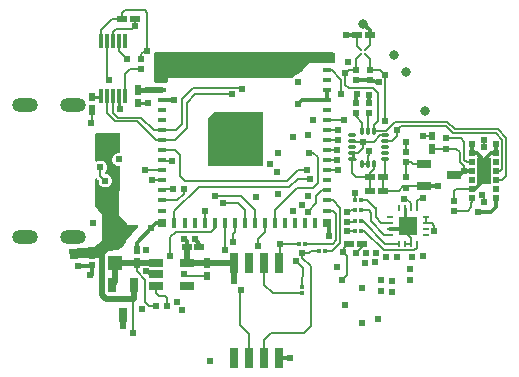
<source format=gtl>
G04 Layer: TopLayer*
G04 Panelize: , Column: 1, Row: 1, Board Size: 43.14mm x 33.02mm, Panelized Board Size: 43.14mm x 33.02mm*
G04 EasyEDA v6.5.42, 2024-03-19 15:40:22*
G04 eeb97d59e02942aebf3b2853903f826f,9a4ed40c0dd746429eaf55b84663d2fb,10*
G04 Gerber Generator version 0.2*
G04 Scale: 100 percent, Rotated: No, Reflected: No *
G04 Dimensions in millimeters *
G04 leading zeros omitted , absolute positions ,4 integer and 5 decimal *
%FSLAX45Y45*%
%MOMM*%

%AMMACRO1*21,1,$1,$2,0,0,$3*%
%AMMACRO2*4,1,4,-0.2,0.4001,0.2,0.4001,0.2,-0.4001,-0.2,-0.4001,-0.2,0.4001,0*%
%AMMACRO3*4,1,4,-0.1999,0.4001,0.1999,0.4001,0.1999,-0.4001,-0.1999,-0.4001,-0.1999,0.4001,0*%
%ADD10C,0.2000*%
%ADD11C,0.1600*%
%ADD12C,0.3000*%
%ADD13C,0.3130*%
%ADD14C,0.2620*%
%ADD15C,0.5000*%
%ADD16C,0.2030*%
%ADD17C,0.4648*%
%ADD18C,0.2960*%
%ADD19C,0.2110*%
%ADD20C,0.2616*%
%ADD21R,1.1999X1.1999*%
%ADD22R,1.2000X1.2000*%
%ADD23MACRO1,0.54X0.7901X0.0000*%
%ADD24R,0.5400X0.7901*%
%ADD25R,0.7112X1.7406*%
%ADD26MACRO1,0.54X0.5656X-90.0000*%
%ADD27R,0.7000X1.2500*%
%ADD28MACRO1,0.324X0.3031X-90.0000*%
%ADD29MACRO1,0.6223X1.1049X-90.0000*%
%ADD30MACRO1,0.54X0.5656X0.0000*%
%ADD31R,0.5400X0.5657*%
%ADD32MACRO1,0.54X0.7901X90.0000*%
%ADD33R,0.6000X0.5000*%
%ADD34R,0.3000X1.3000*%
%ADD35MACRO1,0.54X0.7901X-90.0000*%
%ADD36R,0.2500X0.6000*%
%ADD37R,0.6000X0.2500*%
%ADD38R,1.5000X1.5000*%
%ADD39MACRO1,0.324X0.3031X0.0000*%
%ADD40R,0.3240X0.3031*%
%ADD41O,0.7999984X0.2800096*%
%ADD42O,0.2800096X0.7999984*%
%ADD43R,0.8001X0.8001*%
%ADD44MACRO2*%
%ADD45MACRO3*%
%ADD46R,0.8001X0.4001*%
%ADD47R,0.5000X0.5000*%
%ADD48R,1.2000X2.3160*%
%ADD49R,1.2500X0.7000*%
%ADD50O,2.1999956000000003X1.1999976*%
%ADD51C,0.8000*%
%ADD52C,0.6096*%
%ADD53C,0.6200*%
%ADD54C,0.0195*%

%LPD*%
G36*
X-459435Y1491538D02*
G01*
X-463296Y1492250D01*
X-466598Y1494434D01*
X-468833Y1497685D01*
X-469646Y1501597D01*
X-471271Y1660347D01*
X-470306Y1665833D01*
X-470306Y1737868D01*
X-469544Y1741728D01*
X-467309Y1745030D01*
X-464007Y1747266D01*
X-460146Y1748028D01*
X1048359Y1748028D01*
X1052271Y1747266D01*
X1055522Y1745030D01*
X1057757Y1741728D01*
X1058519Y1737868D01*
X1058519Y1668627D01*
X1057757Y1664766D01*
X1055573Y1661464D01*
X1052322Y1659280D01*
X1048512Y1658467D01*
X839114Y1655825D01*
X837184Y1654962D01*
X793140Y1596034D01*
X790549Y1593596D01*
X732586Y1555699D01*
X729640Y1554378D01*
X726541Y1553565D01*
X717651Y1549400D01*
X709625Y1543812D01*
X701802Y1535887D01*
X699363Y1534007D01*
X696722Y1532788D01*
X693826Y1532331D01*
X-120243Y1531315D01*
X-355955Y1529283D01*
X-356971Y1528318D01*
X-356311Y1502562D01*
X-356971Y1498600D01*
X-359156Y1495247D01*
X-362458Y1492961D01*
X-366369Y1492148D01*
G37*

%LPD*%
G36*
X-3759Y787349D02*
G01*
X-7670Y788111D01*
X-10922Y790295D01*
X-13157Y793597D01*
X-13919Y797509D01*
X-13919Y1181912D01*
X-13157Y1185824D01*
X-10922Y1189075D01*
X41503Y1241552D01*
X44805Y1243787D01*
X48717Y1244549D01*
X444550Y1244549D01*
X448462Y1243787D01*
X451713Y1241552D01*
X453948Y1238250D01*
X454710Y1234389D01*
X454710Y797509D01*
X453948Y793597D01*
X451713Y790295D01*
X448462Y788111D01*
X444550Y787349D01*
G37*

%LPD*%
G36*
X-1174445Y1219D02*
G01*
X-1178356Y1828D01*
X-1181760Y3860D01*
X-1184097Y7112D01*
X-1185011Y10972D01*
X-1187551Y76504D01*
X-1186942Y80365D01*
X-1184960Y83718D01*
X-1181862Y86055D01*
X-1178102Y87020D01*
X-978611Y100787D01*
X-977239Y101142D01*
X-913536Y150774D01*
X-912469Y152552D01*
X-910590Y371652D01*
X-910945Y373126D01*
X-966978Y448665D01*
X-968451Y451510D01*
X-969010Y454710D01*
X-969010Y671474D01*
X-968197Y675487D01*
X-965860Y678840D01*
X-962406Y680974D01*
X-958342Y681583D01*
X-954379Y680567D01*
X-950163Y676910D01*
X-943406Y670153D01*
X-941019Y666445D01*
X-939647Y651865D01*
X-937107Y642416D01*
X-932942Y633476D01*
X-927303Y625449D01*
X-920394Y618490D01*
X-912317Y612851D01*
X-903427Y608736D01*
X-893927Y606196D01*
X-884123Y605332D01*
X-874369Y606196D01*
X-864869Y608736D01*
X-855980Y612851D01*
X-847902Y618490D01*
X-840994Y625449D01*
X-835355Y633476D01*
X-831189Y642416D01*
X-828649Y651865D01*
X-827786Y661670D01*
X-828649Y671474D01*
X-831189Y680923D01*
X-835355Y689864D01*
X-840994Y697890D01*
X-847902Y704850D01*
X-855980Y710488D01*
X-864869Y714603D01*
X-874369Y717143D01*
X-879856Y717651D01*
X-883462Y718667D01*
X-886460Y720902D01*
X-888441Y724103D01*
X-889152Y728776D01*
X-888390Y732688D01*
X-886155Y735990D01*
X-881887Y740257D01*
X-876249Y748284D01*
X-872083Y757224D01*
X-869543Y766673D01*
X-868680Y776478D01*
X-869543Y786282D01*
X-872083Y795731D01*
X-876249Y804672D01*
X-881887Y812698D01*
X-888796Y819658D01*
X-896874Y825296D01*
X-905764Y829411D01*
X-915263Y831951D01*
X-925017Y832815D01*
X-934821Y831951D01*
X-944321Y829411D01*
X-953211Y825296D01*
X-957275Y823671D01*
X-961644Y823925D01*
X-965504Y825957D01*
X-968146Y829411D01*
X-969060Y833678D01*
X-969111Y1036116D01*
X-969365Y1056182D01*
X-968603Y1060145D01*
X-966419Y1063498D01*
X-963066Y1065682D01*
X-959103Y1066444D01*
X-767080Y1064869D01*
X-763168Y1064056D01*
X-759917Y1061821D01*
X-757732Y1058519D01*
X-757021Y1054608D01*
X-757275Y1031900D01*
X-757021Y1030681D01*
X-758291Y908913D01*
X-759002Y905256D01*
X-761034Y902055D01*
X-764032Y899871D01*
X-767638Y898906D01*
X-778916Y897991D01*
X-788365Y895451D01*
X-797255Y891336D01*
X-805332Y885698D01*
X-812241Y878738D01*
X-817880Y870712D01*
X-822045Y861771D01*
X-824585Y852322D01*
X-825449Y842518D01*
X-824585Y832713D01*
X-822045Y823264D01*
X-817880Y814324D01*
X-812241Y806297D01*
X-805332Y799338D01*
X-797255Y793699D01*
X-788365Y789584D01*
X-778865Y787044D01*
X-768959Y786180D01*
X-765352Y785114D01*
X-762355Y782878D01*
X-760374Y779627D01*
X-759714Y775919D01*
X-763981Y369062D01*
X-763524Y367436D01*
X-702208Y293065D01*
X-700430Y289864D01*
X-699922Y285597D01*
X-617321Y286105D01*
X-613562Y285445D01*
X-610311Y283413D01*
X-608076Y280314D01*
X-607110Y276656D01*
X-607568Y272846D01*
X-609396Y269494D01*
X-705408Y152806D01*
X-705713Y145592D01*
X-706374Y142443D01*
X-707948Y139649D01*
X-743458Y95707D01*
X-746963Y92913D01*
X-751281Y91897D01*
X-762304Y91795D01*
X-779627Y74523D01*
X-782878Y72390D01*
X-786638Y71577D01*
X-858570Y70510D01*
X-859282Y63398D01*
X-860399Y59690D01*
X-862787Y56692D01*
X-866089Y54813D01*
X-872845Y52476D01*
X-877722Y49428D01*
X-881786Y45313D01*
X-884885Y40436D01*
X-886764Y34950D01*
X-887476Y28702D01*
X-888746Y24892D01*
X-891336Y21793D01*
X-894943Y20015D01*
X-951585Y4724D01*
X-954430Y4368D01*
X-1053744Y6350D01*
G37*

%LPD*%
G36*
X217271Y1226108D02*
G01*
X157276Y1166114D01*
X157276Y1106119D01*
X277266Y1106119D01*
X277266Y1226108D01*
G37*
D10*
X194642Y145127D02*
G01*
X194642Y209643D01*
X211914Y226915D01*
X211914Y304385D01*
D11*
X785700Y52163D02*
G01*
X785700Y8729D01*
X854026Y-59596D01*
X854026Y-569374D01*
X797638Y-625762D01*
X520270Y-625762D01*
X462104Y-683928D01*
X462104Y-836836D01*
X783414Y-289720D02*
G01*
X532462Y-289720D01*
X462104Y-219616D01*
X462104Y-37752D01*
D12*
X1356438Y1514695D02*
G01*
X1361236Y1509897D01*
X1393197Y1509897D01*
X1409697Y1493398D01*
X1431897Y1493398D01*
D11*
X1391998Y1084673D02*
G01*
X1391998Y1131663D01*
X1425018Y1164937D01*
X1425018Y1406237D01*
X1385902Y1445607D01*
X1177622Y1445607D01*
X1148412Y1474817D01*
X1148412Y1573369D01*
X1176606Y1601563D01*
X1236550Y1601563D01*
D10*
X1467589Y689551D02*
G01*
X1481889Y703851D01*
X1481889Y844618D01*
X1465658Y572355D02*
G01*
X1467690Y689449D01*
X1341960Y804511D02*
G01*
X1341706Y870551D01*
X1350342Y879441D01*
X1350342Y914493D01*
X1358470Y689449D02*
G01*
X1240106Y691481D01*
X1202006Y729835D01*
X1202006Y844643D01*
X1886028Y1042763D02*
G01*
X1806780Y1042763D01*
X1702894Y129125D02*
G01*
X1701878Y178401D01*
X1677748Y202277D01*
X1677748Y278985D01*
X552020Y304385D02*
G01*
X552020Y416653D01*
X737948Y602581D01*
X877140Y602581D01*
X915494Y641189D01*
X915494Y858613D01*
X873838Y900269D01*
X839802Y900269D01*
D11*
X1286588Y129887D02*
G01*
X1286588Y96867D01*
X1236042Y46321D01*
X1128092Y55973D02*
G01*
X1163906Y20159D01*
X1163906Y-134018D01*
X1116916Y-181008D01*
X1177592Y129908D02*
G01*
X1127998Y80314D01*
X1127998Y56100D01*
X804166Y128389D02*
G01*
X1042520Y128389D01*
X1071196Y157065D01*
X1071196Y380842D01*
X1042499Y409287D01*
X997031Y409287D01*
X1277698Y411065D02*
G01*
X1345516Y411065D01*
X1365074Y391507D01*
X1365074Y316831D01*
X1477596Y204309D01*
X1527634Y204309D01*
X1752678Y428337D02*
G01*
X1752678Y488281D01*
X1772490Y508093D01*
X1806780Y511903D01*
X1702625Y429092D02*
G01*
X1702625Y470870D01*
X1664995Y508500D01*
X1644906Y508500D01*
X1496486Y71912D02*
G01*
X1732452Y71912D01*
D10*
X1202004Y894684D02*
G01*
X1255857Y894684D01*
X1299898Y938725D01*
X1299898Y992700D01*
D11*
X1229339Y410966D02*
G01*
X1196660Y410966D01*
X1179893Y394200D01*
X1165506Y394200D01*
X1661746Y902809D02*
G01*
X1659206Y991201D01*
X1481889Y994630D02*
G01*
X1543004Y994630D01*
X1562181Y1013807D01*
X1562178Y1013807D02*
G01*
X1588340Y1039969D01*
X1588340Y1088991D01*
D12*
X1815736Y614494D02*
G01*
X1930796Y614494D01*
X2153996Y746399D02*
G01*
X2117087Y709490D01*
X2065672Y709490D01*
X2427556Y519015D02*
G01*
X2427556Y442561D01*
X2384376Y399635D01*
X2273632Y399635D01*
D11*
X2004392Y933543D02*
G01*
X2087704Y933543D01*
X2115898Y905349D01*
X2115898Y820259D01*
X2153998Y782159D01*
X2153998Y746345D01*
X1732452Y71912D02*
G01*
X1752805Y92262D01*
X1752805Y129092D01*
X2217498Y593945D02*
G01*
X2087958Y593945D01*
X2067384Y573371D01*
X2067384Y493107D01*
X2067384Y406493D02*
G01*
X2183970Y406493D01*
X2215720Y438243D01*
X2217465Y518972D02*
G01*
X2215779Y438147D01*
X1815746Y804486D02*
G01*
X1718812Y804486D01*
X1707078Y816218D01*
X1661698Y816218D01*
X1663778Y689449D02*
G01*
X1661746Y816195D01*
D10*
X1465653Y572861D02*
G01*
X1599463Y572861D01*
X1641096Y614494D01*
X1815746Y614494D01*
D11*
X1602818Y129125D02*
G01*
X1486486Y129125D01*
X1297510Y318101D01*
X1278460Y318101D01*
X1404444Y435703D02*
G01*
X1404444Y351375D01*
X1451180Y304385D01*
X1527634Y304385D01*
X1279222Y239107D02*
G01*
X1308940Y239107D01*
X1476072Y71975D01*
X1496392Y71975D01*
X1494751Y204271D02*
G01*
X1527520Y204271D01*
D10*
X1652770Y129087D02*
G01*
X1652770Y128295D01*
X1702777Y129095D01*
D11*
X1827740Y304355D02*
G01*
X1878291Y304355D01*
X1903199Y279450D01*
X1903199Y232503D01*
D13*
X1527606Y254284D02*
G01*
X1652846Y254284D01*
X1677624Y279082D01*
D14*
X1677624Y279082D02*
G01*
X1652597Y304078D01*
X1652597Y429094D01*
D11*
X1827618Y354284D02*
G01*
X1827618Y304302D01*
X1280947Y497070D02*
G01*
X1332936Y497070D01*
X1401894Y428106D01*
X1886028Y933797D02*
G01*
X2004392Y933543D01*
X1588340Y1088991D02*
G01*
X1622376Y1123027D01*
X1999566Y1123027D01*
X2060526Y1062067D01*
X2422222Y1062067D01*
X2476832Y1007457D01*
X2476832Y759807D01*
X2461084Y744059D01*
X2427556Y744059D01*
X2508328Y1011521D02*
G01*
X2508328Y1026761D01*
X2437462Y1097627D01*
X2074242Y1097627D01*
X2010742Y1161127D01*
X1568528Y1161127D01*
X1492074Y1084673D01*
X1391998Y1084673D01*
X2217470Y818967D02*
G01*
X2177127Y818967D01*
X2156998Y839096D01*
X2156998Y989995D01*
X2126912Y1020081D01*
X2004291Y1020081D01*
D10*
X-866780Y1847103D02*
G01*
X-866780Y1526794D01*
X-853488Y1513502D01*
D12*
X-213890Y167098D02*
G01*
X-213890Y167088D01*
X-195478Y148676D01*
X-195478Y99568D01*
X-86461Y99568D02*
G01*
X-86461Y126359D01*
X-127505Y167403D01*
D11*
X-866823Y1378297D02*
G01*
X-866823Y1233771D01*
X-798243Y1165191D01*
X-615871Y1165191D01*
X-454835Y1004409D01*
X-291005Y1004409D01*
X-190421Y1104739D01*
X-190421Y1322163D01*
X-120825Y1391759D01*
X187784Y1391759D01*
X-332407Y1089245D02*
G01*
X-281099Y1089245D01*
X-232585Y1138013D01*
X-232585Y1353405D01*
X-137843Y1448147D01*
X269826Y1448147D01*
X277954Y1440019D01*
D15*
X-829383Y-221241D02*
G01*
X-801618Y-193476D01*
X-801618Y-30716D01*
X-618995Y-34958D02*
G01*
X-623237Y-30716D01*
X-801621Y-30716D01*
X-455851Y-35720D02*
G01*
X-618919Y-34958D01*
D10*
X42014Y304337D02*
G01*
X41394Y258003D01*
X14097Y230698D01*
X-288594Y230698D01*
X-334210Y185084D01*
X-334210Y27602D01*
D15*
X206707Y-183294D02*
G01*
X208206Y-181795D01*
X208206Y-37879D01*
D16*
X-455851Y-225712D02*
G01*
X-456359Y-285910D01*
X-429689Y-312580D01*
X-381175Y-312580D01*
X-363903Y-330106D01*
X-363903Y-401988D01*
D10*
X-649805Y-624288D02*
G01*
X-649805Y-341909D01*
X-635787Y-327891D01*
X-635787Y-294868D01*
X-634596Y-294962D01*
D14*
X-766767Y1377104D02*
G01*
X-766767Y1273771D01*
X-758111Y1265115D01*
X-992883Y1367172D02*
G01*
X-926693Y1367172D01*
X-916762Y1377104D01*
D17*
X-523669Y1429453D02*
G01*
X-524073Y1429857D01*
X-606976Y1429857D01*
D18*
X-520113Y1319979D02*
G01*
X-521004Y1320871D01*
X-606976Y1320871D01*
D19*
X-716760Y1377104D02*
G01*
X-716760Y1563773D01*
X-675896Y1604637D01*
X-578004Y1604637D01*
D10*
X-766780Y1847103D02*
G01*
X-766780Y1758569D01*
X-698700Y1690489D01*
X-578025Y1691225D02*
G01*
X-578025Y1734151D01*
X-548053Y1764123D01*
X-526463Y1764123D01*
X-631111Y1972657D02*
G01*
X-631111Y1972657D01*
X-631111Y2030061D01*
X-816785Y1847181D02*
G01*
X-816785Y1924397D01*
X-793417Y1947765D01*
X-656003Y1947765D01*
X-631111Y1972657D01*
X-740331Y2030061D02*
G01*
X-740331Y2083909D01*
X-714169Y2109817D01*
X-551609Y2109817D01*
X-526463Y2084671D01*
X-526463Y1764123D01*
X-916861Y1847181D02*
G01*
X-916861Y1939129D01*
X-825675Y2030061D01*
X-740331Y2030061D01*
D11*
X-402996Y1089314D02*
G01*
X-288719Y1089314D01*
D12*
X-304975Y1344007D02*
G01*
X-403019Y1344261D01*
D11*
X1318265Y1731548D02*
G01*
X1356441Y1693372D01*
X1356441Y1601271D01*
X1278285Y1731548D02*
G01*
X1236553Y1689816D01*
X1236553Y1601525D01*
X1278285Y1771528D02*
G01*
X1248303Y1801510D01*
X1248303Y1893945D01*
X1318265Y1771528D02*
G01*
X1357320Y1810583D01*
X1357320Y1893945D01*
X1341884Y1084623D02*
G01*
X1341884Y1223332D01*
X1352359Y1233807D01*
X1303393Y804585D02*
G01*
X1303446Y804638D01*
X1341884Y804638D01*
X1356438Y1601307D02*
G01*
X1440667Y1601307D01*
X1486486Y1555488D01*
X1486489Y1555485D01*
X1486489Y1170122D01*
D10*
X-884171Y661662D02*
G01*
X-925070Y702561D01*
X-925070Y720846D01*
X-925070Y776475D01*
D15*
X-734387Y-471177D02*
G01*
X-734387Y-567623D01*
X-734113Y-567900D01*
X-25067Y-35212D02*
G01*
X-196009Y-35720D01*
X-196009Y-35720D02*
G01*
X-195501Y99661D01*
D11*
X-42593Y406493D02*
G01*
X-42593Y304736D01*
X-43004Y304325D01*
X1230096Y318023D02*
G01*
X1225882Y313809D01*
X1165202Y313809D01*
X1230866Y239034D02*
G01*
X1228831Y236999D01*
X1164008Y236999D01*
X-403019Y664303D02*
G01*
X-489125Y665065D01*
X-403019Y749393D02*
G01*
X-545259Y748377D01*
X-402993Y579335D02*
G01*
X-393057Y589272D01*
X-307591Y589272D01*
D10*
X381988Y304325D02*
G01*
X381988Y411767D01*
X264934Y528820D01*
X45722Y528820D01*
X297007Y304325D02*
G01*
X297007Y414309D01*
X241170Y470146D01*
X113286Y470146D01*
D11*
X-816785Y1377027D02*
G01*
X-816785Y1237581D01*
X-775383Y1196433D01*
X-581835Y1196433D01*
X-474901Y1089245D01*
X-403019Y1089245D01*
X-403019Y494377D02*
G01*
X-277792Y494377D01*
X-218691Y553481D01*
X-218691Y592320D01*
X-402993Y834321D02*
G01*
X-401530Y832858D01*
X-318767Y832858D01*
X997005Y1174325D02*
G01*
X999888Y1177206D01*
X1140005Y1177206D01*
X997005Y1089314D02*
G01*
X998794Y1091100D01*
X1085090Y1091100D01*
X997005Y1004326D02*
G01*
X1000086Y1007407D01*
X1084201Y1007407D01*
X997005Y919340D02*
G01*
X1001077Y923409D01*
X1080594Y923409D01*
X997005Y834321D02*
G01*
X1000572Y837887D01*
X1075794Y837887D01*
X997005Y749333D02*
G01*
X998870Y751197D01*
X1082398Y751197D01*
X1114808Y1399786D02*
G01*
X1114808Y1518584D01*
X1034115Y1599277D01*
X997031Y1599277D01*
X1232639Y497070D02*
G01*
X1232689Y497121D01*
X1232689Y553788D01*
D20*
X1213436Y894681D02*
G01*
X1213436Y842865D01*
X1228676Y842865D01*
D11*
X1291922Y1084673D02*
G01*
X1291922Y1150967D01*
X1235280Y1207609D01*
X1235280Y1232501D01*
D12*
X1300612Y1991888D02*
G01*
X1357320Y1935180D01*
X1357320Y1893945D01*
X997000Y1429318D02*
G01*
X997000Y1344330D01*
X997005Y1344330D02*
G01*
X784016Y1344330D01*
X749302Y1309616D01*
X1236550Y1514949D02*
G01*
X1356438Y1514695D01*
X1247726Y1391759D02*
G01*
X1235270Y1379303D01*
X1235270Y1319126D01*
X1248234Y1893917D02*
G01*
X1157556Y1892139D01*
D10*
X1201882Y994620D02*
G01*
X1203802Y992700D01*
X1299898Y992700D01*
X1358470Y689449D02*
G01*
X1356438Y572355D01*
X1481902Y1044608D02*
G01*
X1445166Y1044608D01*
X1393256Y992700D01*
X1299898Y992700D01*
D12*
X-997965Y-52196D02*
G01*
X-1002017Y-56248D01*
X-1117856Y-56248D01*
X-997884Y-52230D02*
G01*
X-999162Y-137068D01*
X-1000841Y-135389D01*
X-1013711Y-135389D01*
X-618919Y74007D02*
G01*
X-618919Y137990D01*
X-495297Y261612D01*
X-495297Y261612D02*
G01*
X-452584Y304325D01*
X-402993Y304325D01*
D11*
X823191Y754499D02*
G01*
X746602Y754499D01*
X651837Y659734D01*
X-298119Y303877D02*
G01*
X-298119Y406478D01*
X-93903Y610707D01*
X674720Y610707D01*
X743811Y679797D01*
X852299Y679797D01*
X-403019Y919319D02*
G01*
X-292275Y919319D01*
X-250111Y877409D01*
X-250111Y700879D01*
X-209217Y659731D01*
X651842Y659731D01*
D10*
X1391879Y804631D02*
G01*
X1391879Y763483D01*
X1354581Y726186D01*
X1358574Y722193D01*
X1358574Y689564D01*
D12*
X997005Y304325D02*
G01*
X1012802Y288531D01*
X1012802Y191406D01*
X1352359Y1320380D02*
G01*
X1346964Y1325775D01*
X1346964Y1389118D01*
D15*
X-523669Y1429351D02*
G01*
X-403019Y1429351D01*
D11*
X2322469Y1008959D02*
G01*
X2322469Y944585D01*
X2321384Y943500D01*
X2322469Y478962D02*
G01*
X2322469Y529336D01*
X2308202Y543603D01*
D12*
X2217460Y743958D02*
G01*
X2215019Y746396D01*
X2153998Y746396D01*
D11*
X2427437Y668873D02*
G01*
X2478001Y668873D01*
X2508387Y699254D01*
X2508387Y1011425D01*
D12*
X2427450Y968961D02*
G01*
X2427450Y893958D01*
X2217465Y593958D02*
G01*
X2250071Y594360D01*
X2321956Y666244D01*
X2321956Y742939D01*
X2217465Y968961D02*
G01*
X2217465Y893958D01*
X2217465Y893958D02*
G01*
X2260488Y893574D01*
X2318148Y835913D01*
X2318148Y817869D01*
X2427450Y893958D02*
G01*
X2385456Y895601D01*
X2318148Y828294D01*
X2318148Y817869D01*
D10*
X127081Y304388D02*
G01*
X127081Y73903D01*
X129898Y71086D01*
X-992883Y1258155D02*
G01*
X-992883Y1161034D01*
X-1001778Y1152136D01*
D15*
X208206Y-37879D02*
G01*
X-25069Y-37879D01*
X-25069Y-35212D01*
D11*
X594591Y123588D02*
G01*
X603910Y123588D01*
X608713Y128391D01*
X755855Y128391D01*
D16*
X-220804Y-128986D02*
G01*
X-205587Y-144205D01*
X-12595Y-144205D01*
D12*
X589193Y-836924D02*
G01*
X590908Y-835210D01*
X680392Y-835210D01*
D11*
X594601Y-37800D02*
G01*
X594601Y123578D01*
X594591Y123588D01*
X594601Y123578D01*
X594601Y96319D01*
X594601Y103576D01*
X926238Y68092D02*
G01*
X861001Y68092D01*
X845101Y52189D01*
X785700Y52189D01*
X828601Y397197D02*
G01*
X903902Y472498D01*
X903902Y536120D01*
X946988Y579211D01*
X997031Y579211D01*
X997031Y494377D02*
G01*
X1042746Y494377D01*
X1103965Y433161D01*
X1103965Y132684D01*
X1039370Y68089D01*
X974549Y68089D01*
X783414Y-241460D02*
G01*
X788240Y-77884D01*
X731344Y-17432D01*
X263095Y-262491D02*
G01*
X260939Y-264647D01*
X260939Y-556737D01*
X337139Y-632937D01*
X337139Y-845472D01*
D10*
X466930Y304388D02*
G01*
X466930Y226661D01*
X408891Y168622D01*
X408891Y104995D01*
X-455879Y-130741D02*
G01*
X-511858Y-130741D01*
X-536089Y-106509D01*
D15*
X-639493Y-221140D02*
G01*
X-639493Y-338996D01*
X-876221Y-338996D01*
X-911019Y-304198D01*
X-911019Y62831D01*
D10*
X-450263Y-401988D02*
G01*
X-455089Y-397162D01*
X-513509Y-397162D01*
X-544497Y-366174D01*
X-544497Y-179230D01*
X-618919Y-104808D01*
X-618919Y-34958D01*
D21*
G01*
X52250Y1011953D03*
G01*
X52250Y846955D03*
G01*
X217248Y846955D03*
G01*
X382247Y846955D03*
G01*
X382247Y1011953D03*
G01*
X382247Y1176952D03*
G01*
X217248Y1176952D03*
G01*
X217248Y1011953D03*
D22*
G01*
X-801621Y289196D03*
G01*
X-801621Y-30792D03*
D23*
G01*
X-18900Y-38493D03*
D24*
G01*
X-18895Y-147505D03*
D25*
G01*
X208206Y-836937D03*
G01*
X335206Y-836937D03*
G01*
X462206Y-836937D03*
G01*
X589206Y-836937D03*
G01*
X589206Y-37879D03*
G01*
X462206Y-37879D03*
G01*
X335206Y-37879D03*
G01*
X208206Y-37879D03*
D26*
G01*
X-450381Y-401998D03*
G01*
X-363815Y-401998D03*
D27*
G01*
X-734387Y-471177D03*
G01*
X-829383Y-221241D03*
G01*
X-639391Y-221241D03*
D28*
G01*
X1230937Y239107D03*
G01*
X1279248Y239107D03*
G01*
X1230175Y318101D03*
G01*
X1278486Y318101D03*
G01*
X1229413Y411065D03*
G01*
X1277724Y411065D03*
G01*
X1232715Y497171D03*
G01*
X1281026Y497171D03*
D23*
G01*
X-992886Y1258166D03*
D24*
G01*
X-992883Y1367172D03*
D29*
G01*
X-195879Y-225783D03*
G01*
X-195879Y-35834D03*
G01*
X-455884Y-35831D03*
G01*
X-455884Y-130746D03*
G01*
X-455881Y-225778D03*
D30*
G01*
X-1117854Y30328D03*
D31*
G01*
X-1117851Y-56243D03*
D32*
G01*
X-86464Y99568D03*
G01*
X-195474Y99568D03*
D23*
G01*
X-618997Y-34947D03*
D24*
G01*
X-618995Y74058D03*
D33*
G01*
X-997963Y-52204D03*
G01*
X-997963Y27805D03*
D34*
G01*
X-916759Y1377104D03*
G01*
X-866772Y1377104D03*
G01*
X-816785Y1377104D03*
G01*
X-766772Y1377104D03*
G01*
X-716760Y1377104D03*
G01*
X-716785Y1847080D03*
G01*
X-766772Y1847080D03*
G01*
X-816759Y1847080D03*
G01*
X-866772Y1847080D03*
G01*
X-916785Y1847080D03*
D35*
G01*
X1248305Y1893945D03*
G01*
X1357317Y1893945D03*
D23*
G01*
X-606978Y1429870D03*
D24*
G01*
X-606981Y1320868D03*
D36*
G01*
X1602767Y129100D03*
G01*
X1652780Y129100D03*
G01*
X1702767Y129100D03*
G01*
X1752780Y129100D03*
D37*
G01*
X1827608Y204284D03*
G01*
X1827608Y254297D03*
G01*
X1827608Y304284D03*
G01*
X1827608Y354296D03*
D36*
G01*
X1752627Y429099D03*
G01*
X1702615Y429099D03*
G01*
X1652628Y429099D03*
G01*
X1602767Y429099D03*
D37*
G01*
X1527609Y354296D03*
G01*
X1527609Y304284D03*
G01*
X1527609Y254297D03*
G01*
X1527609Y204284D03*
D38*
G01*
X1677621Y279087D03*
D30*
G01*
X-578022Y1691189D03*
D31*
G01*
X-578025Y1604611D03*
D32*
G01*
X1467589Y689564D03*
G01*
X1358577Y689564D03*
D30*
G01*
X1235268Y1232548D03*
D31*
G01*
X1235280Y1319115D03*
D30*
G01*
X1352362Y1233818D03*
D31*
G01*
X1352374Y1320385D03*
D32*
G01*
X1465557Y572470D03*
G01*
X1356545Y572470D03*
D28*
G01*
X926241Y68099D03*
G01*
X974552Y68099D03*
G01*
X755843Y128399D03*
G01*
X804153Y128399D03*
D39*
G01*
X783297Y-289653D03*
D40*
G01*
X783287Y-241333D03*
D41*
G01*
X1481889Y844618D03*
G01*
X1481889Y894631D03*
G01*
X1481889Y944618D03*
G01*
X1481889Y994630D03*
G01*
X1481889Y1044618D03*
D42*
G01*
X1391871Y1084623D03*
G01*
X1341884Y1084623D03*
G01*
X1291871Y1084623D03*
D41*
G01*
X1201879Y1044618D03*
G01*
X1201879Y994630D03*
G01*
X1201879Y944618D03*
G01*
X1201879Y894631D03*
G01*
X1201879Y844618D03*
D42*
G01*
X1291871Y804638D03*
G01*
X1341884Y804638D03*
G01*
X1391871Y804638D03*
D43*
G01*
X-402993Y1704306D03*
D44*
G01*
X-298000Y1704319D03*
G01*
X-212986Y1704319D03*
G01*
X-127998Y1704319D03*
G01*
X-42984Y1704319D03*
G01*
X42003Y1704319D03*
D45*
G01*
X127005Y1704319D03*
D44*
G01*
X212006Y1704319D03*
G01*
X382008Y1704319D03*
D45*
G01*
X297007Y1704319D03*
G01*
X467009Y1704319D03*
D44*
G01*
X552010Y1704319D03*
G01*
X636998Y1704319D03*
G01*
X722012Y1704319D03*
G01*
X807001Y1704319D03*
G01*
X892014Y1704319D03*
D43*
G01*
X997003Y1704306D03*
D46*
G01*
X997003Y1599303D03*
G01*
X997003Y1514314D03*
G01*
X997003Y1429326D03*
G01*
X997003Y1344312D03*
G01*
X997003Y1259298D03*
G01*
X997003Y1174310D03*
G01*
X997003Y1089296D03*
G01*
X997003Y1004333D03*
G01*
X997003Y919319D03*
G01*
X997003Y834306D03*
G01*
X997003Y749317D03*
G01*
X997003Y664303D03*
G01*
X997003Y579315D03*
G01*
X997003Y494301D03*
G01*
X997003Y409313D03*
D43*
G01*
X997003Y304309D03*
D44*
G01*
X892014Y304322D03*
G01*
X807001Y304322D03*
G01*
X722012Y304322D03*
G01*
X636998Y304322D03*
G01*
X552010Y304322D03*
D45*
G01*
X467009Y304322D03*
D44*
G01*
X382008Y304322D03*
D45*
G01*
X297007Y304322D03*
D44*
G01*
X212006Y304322D03*
D45*
G01*
X127005Y304322D03*
D44*
G01*
X42003Y304322D03*
G01*
X-42984Y304322D03*
G01*
X-127998Y304322D03*
G01*
X-212986Y304322D03*
G01*
X-298000Y304322D03*
D43*
G01*
X-402993Y304309D03*
D46*
G01*
X-402993Y409313D03*
G01*
X-402993Y494301D03*
G01*
X-402993Y579315D03*
G01*
X-402993Y664303D03*
G01*
X-402993Y749317D03*
G01*
X-402993Y834306D03*
G01*
X-402993Y919319D03*
G01*
X-402993Y1004333D03*
G01*
X-402993Y1089296D03*
G01*
X-402993Y1174310D03*
G01*
X-402993Y1259298D03*
G01*
X-402993Y1344312D03*
G01*
X-402993Y1429326D03*
G01*
X-402993Y1599303D03*
G01*
X-402993Y1514314D03*
D10*
G01*
X1318262Y1771515D03*
G01*
X1318262Y1731535D03*
G01*
X1278282Y1771515D03*
G01*
X1278282Y1731535D03*
D30*
G01*
X1236553Y1514961D03*
D31*
G01*
X1236550Y1601538D03*
D30*
G01*
X1356441Y1514707D03*
D31*
G01*
X1356438Y1601284D03*
D35*
G01*
X-740224Y2030176D03*
G01*
X-631212Y2030176D03*
D47*
G01*
X2217473Y518965D03*
G01*
X2217473Y593971D03*
G01*
X2217473Y668952D03*
G01*
X2217473Y743958D03*
G01*
X2217473Y818964D03*
G01*
X2217473Y893970D03*
G01*
X2217473Y968951D03*
G01*
X2322476Y478960D03*
D48*
G01*
X2322476Y743958D03*
D47*
G01*
X2322476Y1008956D03*
G01*
X2427455Y518965D03*
G01*
X2427455Y593971D03*
G01*
X2427455Y668952D03*
G01*
X2427455Y743958D03*
G01*
X2427455Y818964D03*
G01*
X2427455Y893970D03*
G01*
X2427455Y968951D03*
D49*
G01*
X2065657Y709490D03*
G01*
X1815721Y614494D03*
G01*
X1815721Y804486D03*
D35*
G01*
X1177592Y129900D03*
G01*
X1286603Y129900D03*
D30*
G01*
X1661695Y816215D03*
D31*
G01*
X1661695Y902784D03*
D30*
G01*
X2067295Y492982D03*
D31*
G01*
X2067283Y406417D03*
D30*
G01*
X2004296Y1020080D03*
D31*
G01*
X2004291Y933518D03*
D30*
G01*
X1663796Y689479D03*
D31*
G01*
X1663804Y602912D03*
D23*
G01*
X1886097Y933691D03*
D24*
G01*
X1886104Y1042713D03*
D50*
G01*
X-1160447Y181907D03*
G01*
X-1560446Y181907D03*
G01*
X-1160447Y1305882D03*
G01*
X-1560446Y1305882D03*
D51*
G01*
X1562254Y1730265D03*
G01*
X1300609Y1991885D03*
G01*
X1823900Y1249697D03*
G01*
X1661695Y1582234D03*
D52*
G01*
X-520113Y1319979D03*
G01*
X1903199Y232503D03*
G01*
X-526463Y1764225D03*
G01*
X-758111Y1265115D03*
G01*
X-523669Y1429453D03*
G01*
X277954Y1440121D03*
G01*
X187784Y1391861D03*
G01*
X-299641Y1599379D03*
G01*
X-304975Y1344109D03*
G01*
X-853488Y1513502D03*
G01*
X-698700Y1690489D03*
G01*
X-631111Y1972657D03*
G01*
X-1001773Y1152136D03*
G01*
X1114808Y1399786D03*
G01*
X1486486Y1170119D03*
G01*
X1588264Y1088890D03*
G01*
X1806907Y511802D03*
G01*
X-925065Y776470D03*
G01*
X-884171Y661662D03*
G01*
X45722Y528820D03*
G01*
X113286Y470146D03*
G01*
X-910333Y433824D03*
G01*
X-907539Y1011674D03*
G01*
X-734108Y-567900D03*
G01*
X-649805Y-624288D03*
G01*
X-278991Y-363888D03*
G01*
X194693Y145204D03*
G01*
X129898Y71086D03*
G01*
X-232788Y-436506D03*
G01*
X408891Y104995D03*
G01*
X731395Y-17406D03*
G01*
X828601Y397197D03*
G01*
X263095Y-262491D03*
G01*
X-42593Y406493D03*
G01*
X1116840Y-181109D03*
G01*
X1127991Y56100D03*
G01*
X1232689Y553788D03*
G01*
X1165506Y394200D03*
G01*
X1165202Y313809D03*
G01*
X-545335Y748276D03*
G01*
X-489201Y664964D03*
G01*
X-218691Y592320D03*
G01*
X-307591Y589272D03*
G01*
X852299Y679797D03*
G01*
X779096Y455388D03*
G01*
X574296Y731512D03*
G01*
X708306Y407103D03*
G01*
X514682Y805781D03*
G01*
X823191Y754499D03*
G01*
X-318767Y832858D03*
G01*
X2308202Y543603D03*
G01*
X2321384Y943500D03*
G01*
X2153998Y746396D03*
G01*
X1082398Y751197D03*
G01*
X1075794Y837887D03*
G01*
X1080594Y923409D03*
G01*
X1084201Y1007407D03*
G01*
X1140005Y1177206D03*
G01*
X1085090Y1091100D03*
G01*
X140972Y1076952D03*
G01*
X134114Y931410D03*
G01*
X300230Y1080508D03*
G01*
X296674Y931410D03*
G01*
X1148336Y1573268D03*
G01*
X1486486Y1555488D03*
G01*
X745797Y1500598D03*
G01*
X706630Y1032756D03*
G01*
X392940Y526534D03*
G01*
X749302Y1309616D03*
G01*
X1431902Y1493385D03*
G01*
X1247726Y1391759D03*
G01*
X1157556Y1892139D03*
G01*
X1299898Y992700D03*
G01*
X874499Y1173599D03*
G01*
X2318133Y817872D03*
G01*
X2273708Y399610D03*
G01*
X1677621Y279087D03*
G01*
X1235991Y46194D03*
G01*
X-989073Y302252D03*
G01*
X-1013711Y-135389D03*
G01*
X-769109Y842510D03*
G01*
X-495297Y261612D03*
G01*
X-220799Y-128988D03*
G01*
X612Y-867011D03*
G01*
X-213890Y167098D03*
G01*
X-127505Y167403D03*
G01*
X839701Y900295D03*
G01*
X1350342Y914493D03*
G01*
X1078994Y-70619D03*
G01*
X1452628Y-267977D03*
G01*
X1012802Y191406D03*
G01*
X2321943Y742942D03*
G01*
X2323238Y667504D03*
G01*
X1346964Y1389118D03*
G01*
X1164008Y236999D03*
G01*
X1314198Y-32519D03*
G01*
X1402844Y-30233D03*
G01*
X1452882Y-181617D03*
G01*
X1543052Y-183649D03*
G01*
X1696468Y-178061D03*
G01*
X1694436Y-88653D03*
G01*
X1541274Y-280423D03*
G01*
X1425450Y-505213D03*
G01*
X1148158Y-394114D03*
G01*
X1290652Y-543974D03*
G01*
X1290652Y-244000D03*
G01*
X785700Y52189D03*
G01*
X594591Y123588D03*
G01*
X206707Y-183294D03*
G01*
X-334210Y27602D03*
D53*
G01*
X-535505Y77563D03*
G01*
X-571192Y-420301D03*
D52*
G01*
X680392Y-835210D03*
G01*
X1930783Y614494D03*
G01*
X574499Y896993D03*
G01*
X830988Y529506D03*
G01*
X834011Y1049393D03*
G01*
X580189Y551400D03*
G01*
X1659206Y991201D03*
G01*
X1644906Y508500D03*
G01*
X1807491Y21887D03*
G01*
X1711505Y14394D03*
G01*
X1587908Y16197D03*
G01*
X1492201Y16502D03*
G01*
X1410591Y48607D03*
G01*
X1322402Y47998D03*
G01*
X1806907Y1042789D03*
G01*
X1169088Y1668289D03*
D53*
G01*
X-536089Y-106509D03*
M02*

</source>
